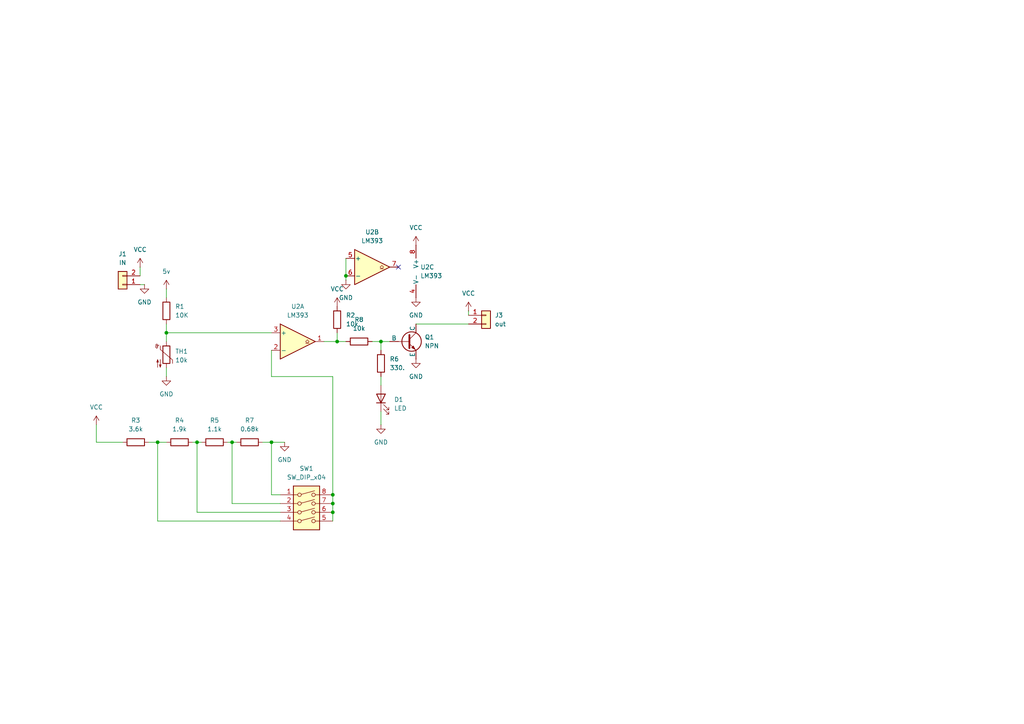
<source format=kicad_sch>
(kicad_sch (version 20250114) (generator "eeschema") (generator_version "9.0")
  (paper "A4")
  (lib_symbols
    (symbol "Comparator:LM393" (pin_names (offset 0.127))
      (property "Reference" "U" (at 3.81 3.81 0))
      (property "Value" "LM393" (at 6.35 -3.81 0))
      (symbol "LM393_1_1"
        (polyline (pts (xy -5.08 5.08) (xy 5.08 0) (xy -5.08 -5.08) (xy -5.08 5.08)) (stroke (width 0.254)) (fill (type background)))
        (polyline (pts (xy 3.302 -0.508) (xy 2.794 -0.508) (xy 3.302 0) (xy 2.794 0.508) (xy 2.286 0) (xy 2.794 -0.508) (xy 2.286 -0.508)) (stroke (width 0.127)))
        (pin input line (at -7.62 2.54 0) (length 2.54) (name "+") (number "3"))
        (pin input line (at -7.62 -2.54 0) (length 2.54) (name "-") (number "2"))
        (pin open_collector line (at 7.62 0 180) (length 2.54) (name "~") (number "1"))
      )
      (symbol "LM393_2_1"
        (polyline (pts (xy -5.08 5.08) (xy 5.08 0) (xy -5.08 -5.08) (xy -5.08 5.08)) (stroke (width 0.254)) (fill (type background)))
        (polyline (pts (xy 3.302 -0.508) (xy 2.794 -0.508) (xy 3.302 0) (xy 2.794 0.508) (xy 2.286 0) (xy 2.794 -0.508) (xy 2.286 -0.508)) (stroke (width 0.127)))
        (pin input line (at -7.62 2.54 0) (length 2.54) (name "+") (number "5"))
        (pin input line (at -7.62 -2.54 0) (length 2.54) (name "-") (number "6"))
        (pin open_collector line (at 7.62 0 180) (length 2.54) (name "~") (number "7"))
      )
      (symbol "LM393_3_1"
        (pin power_in line (at -2.54 7.62 270) (length 3.81) (name "V+") (number "8"))
        (pin power_in line (at -2.54 -7.62 90) (length 3.81) (name "V-") (number "4"))
      )
    )
    (symbol "Connector_Generic:Conn_01x02" (pin_names (offset 1.016) (hide yes))
      (property "Reference" "J" (at 0 2.54 0))
      (property "Value" "Conn_01x02" (at 0 -5.08 0))
      (symbol "Conn_01x02_1_1"
        (rectangle (start -1.27 1.27) (end 1.27 -3.81) (stroke (width 0.254)) (fill (type background)))
        (rectangle (start -1.27 0.127) (end 0 -0.127) (stroke (width 0.1524)))
        (rectangle (start -1.27 -2.413) (end 0 -2.667) (stroke (width 0.1524)))
        (pin passive line (at -5.08 0 0) (length 3.81) (name "Pin_1") (number "1"))
        (pin passive line (at -5.08 -2.54 0) (length 3.81) (name "Pin_2") (number "2"))
      )
    )
    (symbol "Device:LED" (pin_numbers (hide yes)) (pin_names (offset 1.016) (hide yes))
      (property "Reference" "D" (at 0 2.54 0))
      (property "Value" "LED" (at 0 -2.54 0))
      (symbol "LED_0_1"
        (polyline (pts (xy -3.048 -0.762) (xy -4.572 -2.286) (xy -3.81 -2.286) (xy -4.572 -2.286) (xy -4.572 -1.524)))
        (polyline (pts (xy -1.778 -0.762) (xy -3.302 -2.286) (xy -2.54 -2.286) (xy -3.302 -2.286) (xy -3.302 -1.524)))
        (polyline (pts (xy -1.27 0) (xy 1.27 0)))
        (polyline (pts (xy -1.27 -1.27) (xy -1.27 1.27)) (stroke (width 0.254)))
        (polyline (pts (xy 1.27 -1.27) (xy 1.27 1.27) (xy -1.27 0) (xy 1.27 -1.27)) (stroke (width 0.254)))
      )
      (symbol "LED_1_1"
        (pin passive line (at -3.81 0 0) (length 2.54) (name "K") (number "1"))
        (pin passive line (at 3.81 0 180) (length 2.54) (name "A") (number "2"))
      )
    )
    (symbol "Device:R" (pin_numbers (hide yes)) (pin_names (offset 0))
      (property "Reference" "R" (at 2.032 0 90))
      (property "Value" "R" (at 0 0 90))
      (symbol "R_0_1"
        (rectangle (start -1.016 -2.54) (end 1.016 2.54) (stroke (width 0.254)))
      )
      (symbol "R_1_1"
        (pin passive line (at 0 3.81 270) (length 1.27) (name "~") (number "1"))
        (pin passive line (at 0 -3.81 90) (length 1.27) (name "~") (number "2"))
      )
    )
    (symbol "Device:Thermistor_NTC" (pin_numbers (hide yes)) (pin_names (offset 0))
      (property "Reference" "TH" (at -4.445 0 90))
      (property "Value" "Thermistor_NTC" (at 3.175 0 90))
      (symbol "Thermistor_NTC_0_1"
        (arc (start -3.175 2.413) (mid -3.0506 2.3165) (end -3.048 2.159))
        (arc (start -3.048 2.794) (mid -2.9736 2.9736) (end -2.794 3.048))
        (arc (start -2.794 3.048) (mid -2.6144 2.9736) (end -2.54 2.794))
        (arc (start -2.794 2.54) (mid -2.9736 2.6144) (end -3.048 2.794))
        (arc (start -2.794 1.905) (mid -2.9736 1.9794) (end -3.048 2.159))
        (arc (start -2.54 2.159) (mid -2.6144 1.9794) (end -2.794 1.905))
        (arc (start -2.159 2.794) (mid -2.434 2.5608) (end -2.794 2.54))
        (polyline (pts (xy -2.54 2.159) (xy -2.54 2.794)))
        (polyline (pts (xy -2.54 -3.683) (xy -2.54 -1.397) (xy -2.794 -2.159) (xy -2.286 -2.159) (xy -2.54 -1.397) (xy -2.54 -1.651)) (fill (type outline)))
        (polyline (pts (xy -1.778 2.54) (xy -1.778 1.524) (xy 1.778 -1.524) (xy 1.778 -2.54)))
        (polyline (pts (xy -1.778 -1.397) (xy -1.778 -3.683) (xy -2.032 -2.921) (xy -1.524 -2.921) (xy -1.778 -3.683) (xy -1.778 -3.429)) (fill (type outline)))
        (rectangle (start -1.016 2.54) (end 1.016 -2.54) (stroke (width 0.254)))
      )
      (symbol "Thermistor_NTC_1_1"
        (pin passive line (at 0 3.81 270) (length 1.27) (name "~") (number "1"))
        (pin passive line (at 0 -3.81 90) (length 1.27) (name "~") (number "2"))
      )
    )
    (symbol "Simulation_SPICE:NPN" (pin_numbers (hide yes)) (pin_names (offset 0))
      (property "Reference" "Q" (at -2.54 7.62 0))
      (property "Value" "NPN" (at -2.54 5.08 0))
      (symbol "NPN_0_1"
        (polyline (pts (xy -2.54 0) (xy 0.635 0)) (stroke (width 0.1524)))
        (polyline (pts (xy 0.635 1.905) (xy 0.635 -1.905) (xy 0.635 -1.905)) (stroke (width 0.508)))
        (polyline (pts (xy 0.635 0.635) (xy 2.54 2.54)))
        (polyline (pts (xy 0.635 -0.635) (xy 2.54 -2.54) (xy 2.54 -2.54)))
        (circle (center 1.27 0) (radius 2.8194) (stroke (width 0.254)))
        (polyline (pts (xy 1.27 -1.778) (xy 1.778 -1.27) (xy 2.286 -2.286) (xy 1.27 -1.778) (xy 1.27 -1.778)) (fill (type outline)))
        (polyline (pts (xy 2.794 -1.27) (xy 2.794 -1.27)) (stroke (width 0.1524)))
        (polyline (pts (xy 2.794 -1.27) (xy 2.794 -1.27)) (stroke (width 0.1524)))
      )
      (symbol "NPN_1_1"
        (pin input line (at -5.08 0 0) (length 2.54) (name "B") (number "2"))
        (pin open_collector line (at 2.54 5.08 270) (length 2.54) (name "C") (number "1"))
        (pin open_emitter line (at 2.54 -5.08 90) (length 2.54) (name "E") (number "3"))
      )
    )
    (symbol "Switch:SW_DIP_x04" (pin_names (offset 0) (hide yes))
      (property "Reference" "SW" (at 0 8.89 0))
      (property "Value" "SW_DIP_x04" (at 0 -6.35 0))
      (symbol "SW_DIP_x04_0_0"
        (circle (center -2.032 5.08) (radius 0.508))
        (circle (center -2.032 2.54) (radius 0.508))
        (circle (center -2.032 0) (radius 0.508))
        (circle (center -2.032 -2.54) (radius 0.508))
        (polyline (pts (xy -1.524 5.207) (xy 2.3622 6.2484)))
        (polyline (pts (xy -1.524 2.667) (xy 2.3622 3.7084)))
        (polyline (pts (xy -1.524 0.127) (xy 2.3622 1.1684)))
        (polyline (pts (xy -1.524 -2.3876) (xy 2.3622 -1.3462)))
        (circle (center 2.032 5.08) (radius 0.508))
        (circle (center 2.032 2.54) (radius 0.508))
        (circle (center 2.032 0) (radius 0.508))
        (circle (center 2.032 -2.54) (radius 0.508))
      )
      (symbol "SW_DIP_x04_0_1"
        (rectangle (start -3.81 7.62) (end 3.81 -5.08) (stroke (width 0.254)) (fill (type background)))
      )
      (symbol "SW_DIP_x04_1_1"
        (pin passive line (at -7.62 5.08 0) (length 5.08) (name "~") (number "1"))
        (pin passive line (at -7.62 2.54 0) (length 5.08) (name "~") (number "2"))
        (pin passive line (at -7.62 0 0) (length 5.08) (name "~") (number "3"))
        (pin passive line (at -7.62 -2.54 0) (length 5.08) (name "~") (number "4"))
        (pin passive line (at 7.62 5.08 180) (length 5.08) (name "~") (number "8"))
        (pin passive line (at 7.62 2.54 180) (length 5.08) (name "~") (number "7"))
        (pin passive line (at 7.62 0 180) (length 5.08) (name "~") (number "6"))
        (pin passive line (at 7.62 -2.54 180) (length 5.08) (name "~") (number "5"))
      )
    )
    (symbol "power:GND" (power) (pin_numbers (hide yes)) (pin_names (offset 0) (hide yes))
      (property "Value" "GND" (at 0 -3.81 0))
      (symbol "GND_0_1"
        (polyline (pts (xy 0 0) (xy 0 -1.27) (xy 1.27 -1.27) (xy 0 -2.54) (xy -1.27 -1.27) (xy 0 -1.27)))
      )
      (symbol "GND_1_1"
        (pin power_in line (at 0 0 270) (length 0) (name "~") (number "1"))
      )
    )
    (symbol "power:VCC" (power) (pin_numbers (hide yes)) (pin_names (offset 0) (hide yes))
      (property "Value" "VCC" (at 0 3.556 0))
      (symbol "VCC_0_1"
        (polyline (pts (xy -0.762 1.27) (xy 0 2.54)))
        (polyline (pts (xy 0 2.54) (xy 0.762 1.27)))
        (polyline (pts (xy 0 0) (xy 0 2.54)))
      )
      (symbol "VCC_1_1"
        (pin power_in line (at 0 0 90) (length 0) (name "~") (number "1"))
      )
    )
  )
  (junction (at 96.52 143.51))
  (junction (at 45.72 128.27))
  (junction (at 97.79 99.06))
  (junction (at 96.52 146.05))
  (junction (at 110.49 99.06))
  (junction (at 100.33 80.01))
  (junction (at 48.26 96.52))
  (junction (at 78.74 128.27))
  (junction (at 67.31 128.27))
  (junction (at 57.15 128.27))
  (junction (at 96.52 148.59))
  (no_connect (at 115.57 77.47))
  (wire (pts (xy 96.52 143.51) (xy 96.52 146.05)))
  (wire (pts (xy 48.26 93.98) (xy 48.26 96.52)))
  (wire (pts (xy 48.26 83.82) (xy 48.26 86.36)))
  (wire (pts (xy 27.94 128.27) (xy 35.56 128.27)))
  (wire (pts (xy 96.52 109.22) (xy 96.52 143.51)))
  (wire (pts (xy 110.49 101.6) (xy 110.49 99.06)))
  (wire (pts (xy 40.64 77.47) (xy 40.64 80.01)))
  (wire (pts (xy 96.52 148.59) (xy 96.52 151.13)))
  (wire (pts (xy 110.49 123.19) (xy 110.49 119.38)))
  (wire (pts (xy 100.33 74.93) (xy 100.33 80.01)))
  (wire (pts (xy 81.28 148.59) (xy 57.15 148.59)))
  (wire (pts (xy 107.95 99.06) (xy 110.49 99.06)))
  (wire (pts (xy 81.28 151.13) (xy 45.72 151.13)))
  (wire (pts (xy 55.88 128.27) (xy 57.15 128.27)))
  (wire (pts (xy 57.15 148.59) (xy 57.15 128.27)))
  (wire (pts (xy 48.26 96.52) (xy 78.74 96.52)))
  (wire (pts (xy 78.74 128.27) (xy 76.2 128.27)))
  (wire (pts (xy 67.31 146.05) (xy 67.31 128.27)))
  (wire (pts (xy 66.04 128.27) (xy 67.31 128.27)))
  (wire (pts (xy 93.98 99.06) (xy 97.79 99.06)))
  (wire (pts (xy 78.74 109.22) (xy 96.52 109.22)))
  (wire (pts (xy 135.89 90.17) (xy 135.89 91.44)))
  (wire (pts (xy 110.49 111.76) (xy 110.49 109.22)))
  (wire (pts (xy 78.74 128.27) (xy 78.74 143.51)))
  (wire (pts (xy 81.28 146.05) (xy 67.31 146.05)))
  (wire (pts (xy 82.55 128.27) (xy 78.74 128.27)))
  (wire (pts (xy 120.65 93.98) (xy 135.89 93.98)))
  (wire (pts (xy 45.72 128.27) (xy 48.26 128.27)))
  (wire (pts (xy 48.26 109.22) (xy 48.26 106.68)))
  (wire (pts (xy 96.52 146.05) (xy 96.52 148.59)))
  (wire (pts (xy 40.64 82.55) (xy 41.91 82.55)))
  (wire (pts (xy 43.18 128.27) (xy 45.72 128.27)))
  (wire (pts (xy 48.26 96.52) (xy 48.26 99.06)))
  (wire (pts (xy 27.94 128.27) (xy 27.94 123.19)))
  (wire (pts (xy 67.31 128.27) (xy 68.58 128.27)))
  (wire (pts (xy 57.15 128.27) (xy 58.42 128.27)))
  (wire (pts (xy 100.33 81.28) (xy 100.33 80.01)))
  (wire (pts (xy 78.74 101.6) (xy 78.74 109.22)))
  (wire (pts (xy 110.49 99.06) (xy 113.03 99.06)))
  (wire (pts (xy 45.72 151.13) (xy 45.72 128.27)))
  (wire (pts (xy 81.28 143.51) (xy 78.74 143.51)))
  (wire (pts (xy 97.79 99.06) (xy 100.33 99.06)))
  (wire (pts (xy 97.79 96.52) (xy 97.79 99.06)))
  (symbol (lib_id "power:VCC") (at 27.94 123.19 0) (unit 1)
    (property "Reference" "#PWR02" (effects (hide yes)))
    (property "Value" "VCC" (at 27.94 118.11 0))
    (property "Description" "Power symbol creates a global label with name \"VCC\"" (effects (hide yes)))
  )
  (symbol (lib_id "Device:R") (at 52.07 128.27 90) (unit 1)
    (property "Reference" "R4" (at 52.07 121.92 90))
    (property "Value" "1.9k" (at 52.07 124.46 90))
    (property "Footprint" "OptoDevice:R_LDR_4.9x4.2mm_P2.54mm_Vertical" (effects (hide yes)))
    (property "Description" "Resistor" (effects (hide yes)))
  )
  (symbol (lib_id "power:GND") (at 110.49 123.19 0) (unit 1)
    (property "Reference" "#PWR012" (effects (hide yes)))
    (property "Value" "GND" (at 110.49 128.27 0))
    (property "Description" "Power symbol creates a global label with name \"GND\" , ground" (effects (hide yes)))
  )
  (symbol (lib_id "Comparator:LM393") (at 86.36 99.06 0) (unit 1)
    (property "Reference" "U2" (at 86.36 88.9 0))
    (property "Value" "LM393" (at 86.36 91.44 0))
    (property "Footprint" "Package_DIP:DIP-8_W7.62mm" (effects (hide yes)))
    (property "Datasheet" "http://www.ti.com/lit/ds/symlink/lm393.pdf" (effects (hide yes)))
    (property "Description" "Low-Power, Low-Offset Voltage, Dual Comparators, DIP-8/SOIC-8/TO-99-8" (effects (hide yes)))
  )
  (symbol (lib_id "Device:R") (at 97.79 92.71 0) (unit 1)
    (property "Reference" "R2" (at 100.33 91.4399 0) (effects (justify left)))
    (property "Value" "10k" (at 100.33 93.9799 0) (effects (justify left)))
    (property "Description" "Resistor" (effects (hide yes)))
  )
  (symbol (lib_id "Device:Thermistor_NTC") (at 48.26 102.87 0) (unit 1)
    (property "Reference" "TH1" (at 50.8 101.9174 0) (effects (justify left)))
    (property "Value" "10k" (at 50.8 104.4574 0) (effects (justify left)))
    (property "Footprint" "OptoDevice:R_LDR_4.9x4.2mm_P2.54mm_Vertical" (effects (hide yes)))
    (property "Description" "Temperature dependent resistor, negative temperature coefficient" (effects (hide yes)))
  )
  (symbol (lib_id "Device:R") (at 62.23 128.27 90) (unit 1)
    (property "Reference" "R5" (at 62.23 121.92 90))
    (property "Value" "1.1k" (at 62.23 124.46 90))
    (property "Footprint" "OptoDevice:R_LDR_4.9x4.2mm_P2.54mm_Vertical" (effects (hide yes)))
    (property "Description" "Resistor" (effects (hide yes)))
  )
  (symbol (lib_id "Device:R") (at 39.37 128.27 90) (unit 1)
    (property "Reference" "R3" (at 39.37 121.92 90))
    (property "Value" "3.6k" (at 39.37 124.46 90))
    (property "Footprint" "OptoDevice:R_LDR_4.9x4.2mm_P2.54mm_Vertical" (effects (hide yes)))
    (property "Description" "Resistor" (effects (hide yes)))
  )
  (symbol (lib_id "power:GND") (at 48.26 109.22 0) (unit 1)
    (property "Reference" "#PWR01" (effects (hide yes)))
    (property "Value" "GND" (at 48.26 114.3 0))
    (property "Description" "Power symbol creates a global label with name \"GND\" , ground" (effects (hide yes)))
  )
  (symbol (lib_id "Device:LED") (at 110.49 115.57 90) (unit 1)
    (property "Reference" "D1" (at 114.3 115.8874 90) (effects (justify right)))
    (property "Value" "LED" (at 114.3 118.4274 90) (effects (justify right)))
    (property "Footprint" "LED_SMD:LED_0201_0603Metric" (effects (hide yes)))
    (property "Description" "Light emitting diode" (effects (hide yes)))
    (property "Sim.Pins" "1=K 2=A" (effects (hide yes)))
  )
  (symbol (lib_id "Comparator:LM393") (at 123.19 78.74 0) (unit 3)
    (property "Reference" "U2" (at 121.92 77.4699 0) (effects (justify left)))
    (property "Value" "LM393" (at 121.92 80.0099 0) (effects (justify left)))
    (property "Footprint" "Package_DIP:DIP-8_W7.62mm" (effects (hide yes)))
    (property "Datasheet" "http://www.ti.com/lit/ds/symlink/lm393.pdf" (effects (hide yes)))
    (property "Description" "Low-Power, Low-Offset Voltage, Dual Comparators, DIP-8/SOIC-8/TO-99-8" (effects (hide yes)))
  )
  (symbol (lib_id "power:VCC") (at 135.89 90.17 0) (unit 1)
    (property "Reference" "#PWR016" (effects (hide yes)))
    (property "Value" "VCC" (at 135.89 85.09 0))
    (property "Description" "Power symbol creates a global label with name \"VCC\"" (effects (hide yes)))
  )
  (symbol (lib_id "Device:R") (at 48.26 90.17 0) (unit 1)
    (property "Reference" "R1" (at 50.8 88.8999 0) (effects (justify left)))
    (property "Value" "10K" (at 50.8 91.4399 0) (effects (justify left)))
    (property "Footprint" "OptoDevice:R_LDR_4.9x4.2mm_P2.54mm_Vertical" (effects (hide yes)))
    (property "Description" "Resistor" (effects (hide yes)))
  )
  (symbol (lib_id "Connector_Generic:Conn_01x02") (at 35.56 82.55 180) (unit 1)
    (property "Reference" "J1" (at 35.56 73.66 0))
    (property "Value" "IN" (at 35.56 76.2 0))
    (property "Footprint" "Connector:JWT_A3963_1x02_P3.96mm_Vertical" (effects (hide yes)))
    (property "Description" "Generic connector, single row, 01x02, script generated (kicad-library-utils/schlib/autogen/connector/)" (effects (hide yes)))
  )
  (symbol (lib_id "power:GND") (at 41.91 82.55 0) (unit 1)
    (property "Reference" "#PWR03" (effects (hide yes)))
    (property "Value" "GND" (at 41.91 87.63 0))
    (property "Description" "Power symbol creates a global label with name \"GND\" , ground" (effects (hide yes)))
  )
  (symbol (lib_id "power:VCC") (at 48.26 83.82 0) (unit 1)
    (property "Reference" "#PWR013" (effects (hide yes)))
    (property "Value" "5v" (at 48.26 78.74 0))
    (property "Description" "Power symbol creates a global label with name \"VCC\"" (effects (hide yes)))
  )
  (symbol (lib_id "Simulation_SPICE:NPN") (at 118.11 99.06 0) (unit 1)
    (property "Reference" "Q1" (at 123.19 97.7899 0) (effects (justify left)))
    (property "Value" "NPN" (at 123.19 100.3299 0) (effects (justify left)))
    (property "Datasheet" "https://ngspice.sourceforge.io/docs/ngspice-html-manual/manual.xhtml#cha_BJTs" (effects (hide yes)))
    (property "Description" "Bipolar transistor symbol for simulation only, substrate tied to the emitter" (effects (hide yes)))
    (property "Sim.Device" "NPN" (effects (hide yes)))
    (property "Sim.Type" "GUMMELPOON" (effects (hide yes)))
    (property "Sim.Pins" "1=C 2=B 3=E" (effects (hide yes)))
  )
  (symbol (lib_id "power:GND") (at 82.55 128.27 0) (unit 1)
    (property "Reference" "#PWR05" (effects (hide yes)))
    (property "Value" "GND" (at 82.55 133.35 0))
    (property "Description" "Power symbol creates a global label with name \"GND\" , ground" (effects (hide yes)))
  )
  (symbol (lib_id "power:GND") (at 120.65 104.14 0) (unit 1)
    (property "Reference" "#PWR010" (effects (hide yes)))
    (property "Value" "GND" (at 120.65 109.22 0))
    (property "Description" "Power symbol creates a global label with name \"GND\" , ground" (effects (hide yes)))
  )
  (symbol (lib_id "power:GND") (at 120.65 86.36 0) (unit 1)
    (property "Reference" "#PWR07" (effects (hide yes)))
    (property "Value" "GND" (at 120.65 91.44 0))
    (property "Description" "Power symbol creates a global label with name \"GND\" , ground" (effects (hide yes)))
  )
  (symbol (lib_id "Connector_Generic:Conn_01x02") (at 140.97 91.44 0) (unit 1)
    (property "Reference" "J3" (at 143.51 91.4399 0) (effects (justify left)))
    (property "Value" "out" (at 143.51 93.9799 0) (effects (justify left)))
    (property "Footprint" "Connector:JWT_A3963_1x02_P3.96mm_Vertical" (effects (hide yes)))
    (property "Description" "Generic connector, single row, 01x02, script generated (kicad-library-utils/schlib/autogen/connector/)" (effects (hide yes)))
  )
  (symbol (lib_id "power:VCC") (at 40.64 77.47 0) (unit 1)
    (property "Reference" "#PWR014" (effects (hide yes)))
    (property "Value" "VCC" (at 40.64 72.39 0))
    (property "Description" "Power symbol creates a global label with name \"VCC\"" (effects (hide yes)))
  )
  (symbol (lib_id "Device:R") (at 110.49 105.41 0) (unit 1)
    (property "Reference" "R6" (at 113.03 104.1399 0) (effects (justify left)))
    (property "Value" "330." (at 113.03 106.6799 0) (effects (justify left)))
    (property "Footprint" "OptoDevice:R_LDR_4.9x4.2mm_P2.54mm_Vertical" (effects (hide yes)))
    (property "Description" "Resistor" (effects (hide yes)))
  )
  (symbol (lib_id "power:VCC") (at 97.79 88.9 0) (unit 1)
    (property "Reference" "#PWR04" (effects (hide yes)))
    (property "Value" "VCC" (at 97.79 83.82 0))
    (property "Description" "Power symbol creates a global label with name \"VCC\"" (effects (hide yes)))
  )
  (symbol (lib_id "power:VCC") (at 120.65 71.12 0) (unit 1)
    (property "Reference" "#PWR015" (effects (hide yes)))
    (property "Value" "VCC" (at 120.65 66.04 0))
    (property "Description" "Power symbol creates a global label with name \"VCC\"" (effects (hide yes)))
  )
  (symbol (lib_id "Device:R") (at 104.14 99.06 90) (unit 1)
    (property "Reference" "R8" (at 104.14 92.71 90))
    (property "Value" "10k" (at 104.14 95.25 90))
    (property "Description" "Resistor" (effects (hide yes)))
  )
  (symbol (lib_id "Device:R") (at 72.39 128.27 90) (unit 1)
    (property "Reference" "R7" (at 72.39 121.92 90))
    (property "Value" "0.68k" (at 72.39 124.46 90))
    (property "Footprint" "OptoDevice:R_LDR_4.9x4.2mm_P2.54mm_Vertical" (effects (hide yes)))
    (property "Description" "Resistor" (effects (hide yes)))
  )
  (symbol (lib_id "Comparator:LM393") (at 107.95 77.47 0) (unit 2)
    (property "Reference" "U2" (at 107.95 67.31 0))
    (property "Value" "LM393" (at 107.95 69.85 0))
    (property "Footprint" "Package_DIP:DIP-8_W7.62mm" (effects (hide yes)))
    (property "Datasheet" "http://www.ti.com/lit/ds/symlink/lm393.pdf" (effects (hide yes)))
    (property "Description" "Low-Power, Low-Offset Voltage, Dual Comparators, DIP-8/SOIC-8/TO-99-8" (effects (hide yes)))
  )
  (symbol (lib_id "power:GND") (at 100.33 81.28 0) (unit 1)
    (property "Reference" "#PWR06" (effects (hide yes)))
    (property "Value" "GND" (at 100.33 86.36 0))
    (property "Description" "Power symbol creates a global label with name \"GND\" , ground" (effects (hide yes)))
  )
  (symbol (lib_id "Switch:SW_DIP_x04") (at 88.9 148.59 0) (unit 1)
    (property "Reference" "SW1" (at 88.9 135.89 0))
    (property "Value" "SW_DIP_x04" (at 88.9 138.43 0))
    (property "Description" "4x DIP Switch, Single Pole Single Throw (SPST) switch, small symbol" (effects (hide yes)))
  )
)
</source>
